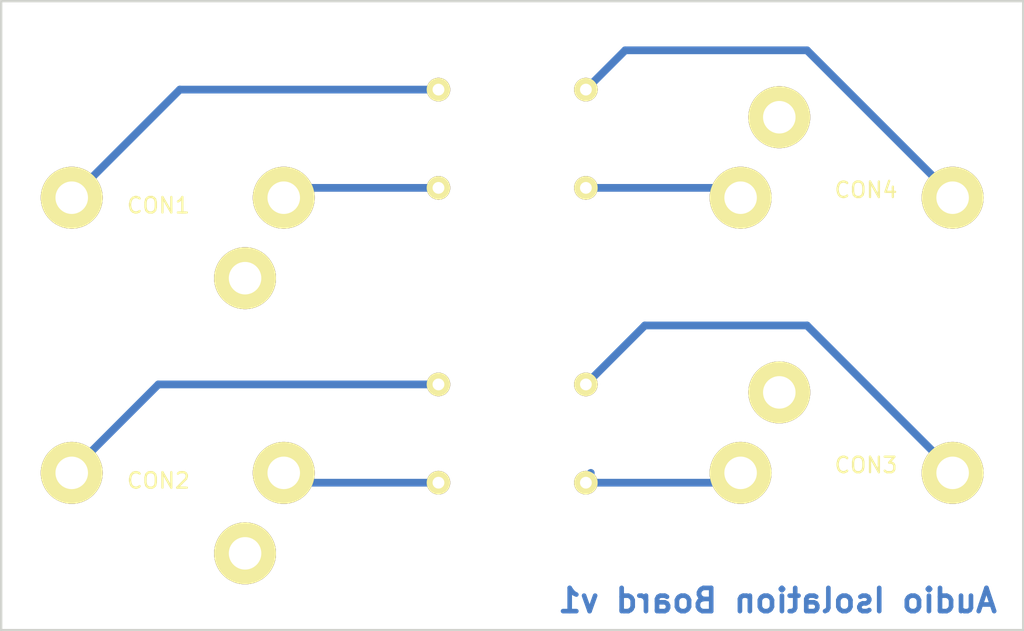
<source format=kicad_pcb>
(kicad_pcb (version 4) (host pcbnew 4.0.2-stable)

  (general
    (links 8)
    (no_connects 0)
    (area 88.824999 98.984999 155.015001 139.775001)
    (thickness 1.6)
    (drawings 5)
    (tracks 23)
    (zones 0)
    (modules 6)
    (nets 13)
  )

  (page USLetter)
  (title_block
    (title "Audio Isolation Board")
    (date 2016-09-21)
    (rev 0.1)
    (company "Matt Carberry")
  )

  (layers
    (0 F.Cu signal)
    (31 B.Cu signal)
    (32 B.Adhes user)
    (33 F.Adhes user)
    (34 B.Paste user)
    (35 F.Paste user)
    (36 B.SilkS user)
    (37 F.SilkS user)
    (38 B.Mask user)
    (39 F.Mask user)
    (40 Dwgs.User user)
    (41 Cmts.User user)
    (42 Eco1.User user)
    (43 Eco2.User user)
    (44 Edge.Cuts user)
    (45 Margin user)
    (46 B.CrtYd user)
    (47 F.CrtYd user)
    (48 B.Fab user)
    (49 F.Fab user)
  )

  (setup
    (last_trace_width 0.5)
    (trace_clearance 0.25)
    (zone_clearance 0.508)
    (zone_45_only no)
    (trace_min 0.2)
    (segment_width 0.2)
    (edge_width 0.15)
    (via_size 0.6)
    (via_drill 0.4)
    (via_min_size 0.4)
    (via_min_drill 0.3)
    (uvia_size 0.3)
    (uvia_drill 0.1)
    (uvias_allowed no)
    (uvia_min_size 0.2)
    (uvia_min_drill 0.1)
    (pcb_text_width 0.3)
    (pcb_text_size 1.5 1.5)
    (mod_edge_width 0.15)
    (mod_text_size 1 1)
    (mod_text_width 0.15)
    (pad_size 1.524 1.524)
    (pad_drill 0.762)
    (pad_to_mask_clearance 0.2)
    (aux_axis_origin 0 0)
    (visible_elements FFFFFF7F)
    (pcbplotparams
      (layerselection 0x01000_80000001)
      (usegerberextensions false)
      (excludeedgelayer true)
      (linewidth 0.100000)
      (plotframeref false)
      (viasonmask false)
      (mode 1)
      (useauxorigin false)
      (hpglpennumber 1)
      (hpglpenspeed 20)
      (hpglpendiameter 15)
      (hpglpenoverlay 2)
      (psnegative false)
      (psa4output false)
      (plotreference true)
      (plotvalue true)
      (plotinvisibletext false)
      (padsonsilk false)
      (subtractmaskfromsilk false)
      (outputformat 1)
      (mirror false)
      (drillshape 0)
      (scaleselection 1)
      (outputdirectory dril/))
  )

  (net 0 "")
  (net 1 "Net-(CON1-Pad1)")
  (net 2 "Net-(CON1-Pad2)")
  (net 3 "Net-(CON1-Pad3)")
  (net 4 "Net-(CON2-Pad1)")
  (net 5 "Net-(CON2-Pad2)")
  (net 6 "Net-(CON2-Pad3)")
  (net 7 "Net-(CON3-Pad1)")
  (net 8 "Net-(CON3-Pad2)")
  (net 9 "Net-(CON3-Pad3)")
  (net 10 "Net-(CON4-Pad1)")
  (net 11 "Net-(CON4-Pad2)")
  (net 12 "Net-(CON4-Pad3)")

  (net_class Default "This is the default net class."
    (clearance 0.25)
    (trace_width 0.5)
    (via_dia 0.6)
    (via_drill 0.4)
    (uvia_dia 0.3)
    (uvia_drill 0.1)
    (add_net "Net-(CON1-Pad1)")
    (add_net "Net-(CON1-Pad2)")
    (add_net "Net-(CON1-Pad3)")
    (add_net "Net-(CON2-Pad1)")
    (add_net "Net-(CON2-Pad2)")
    (add_net "Net-(CON2-Pad3)")
    (add_net "Net-(CON3-Pad1)")
    (add_net "Net-(CON3-Pad2)")
    (add_net "Net-(CON3-Pad3)")
    (add_net "Net-(CON4-Pad1)")
    (add_net "Net-(CON4-Pad2)")
    (add_net "Net-(CON4-Pad3)")
  )

  (module MJ-3536NG:MJ-3536NG (layer F.Cu) (tedit 57E2EF34) (tstamp 57E2F2D6)
    (at 99.06 111.76)
    (path /57E20918)
    (fp_text reference CON1 (at 0 0.5) (layer F.SilkS)
      (effects (font (size 1 1) (thickness 0.15)))
    )
    (fp_text value MJ-3536NG (at 0 -0.5) (layer F.Fab)
      (effects (font (size 1 1) (thickness 0.15)))
    )
    (pad 1 thru_hole circle (at -5.6 0) (size 4 4) (drill 2.1) (layers *.Cu *.Mask F.SilkS)
      (net 1 "Net-(CON1-Pad1)"))
    (pad 2 thru_hole circle (at 8.1 0) (size 4 4) (drill 2.1) (layers *.Cu *.Mask F.SilkS)
      (net 2 "Net-(CON1-Pad2)"))
    (pad 3 thru_hole circle (at 5.6 5.2) (size 4 4) (drill 2.1) (layers *.Cu *.Mask F.SilkS)
      (net 3 "Net-(CON1-Pad3)"))
  )

  (module MJ-3536NG:MJ-3536NG (layer F.Cu) (tedit 57E2EF34) (tstamp 57E2F2DD)
    (at 99.06 129.54)
    (path /57E20A4D)
    (fp_text reference CON2 (at 0 0.5) (layer F.SilkS)
      (effects (font (size 1 1) (thickness 0.15)))
    )
    (fp_text value MJ-3536NG (at 0 -0.5) (layer F.Fab)
      (effects (font (size 1 1) (thickness 0.15)))
    )
    (pad 1 thru_hole circle (at -5.6 0) (size 4 4) (drill 2.1) (layers *.Cu *.Mask F.SilkS)
      (net 4 "Net-(CON2-Pad1)"))
    (pad 2 thru_hole circle (at 8.1 0) (size 4 4) (drill 2.1) (layers *.Cu *.Mask F.SilkS)
      (net 5 "Net-(CON2-Pad2)"))
    (pad 3 thru_hole circle (at 5.6 5.2) (size 4 4) (drill 2.1) (layers *.Cu *.Mask F.SilkS)
      (net 6 "Net-(CON2-Pad3)"))
  )

  (module MJ-3536NG:MJ-3536NG (layer F.Cu) (tedit 57E2EF34) (tstamp 57E2F2E4)
    (at 144.78 129.54 180)
    (path /57E20B9F)
    (fp_text reference CON3 (at 0 0.5 180) (layer F.SilkS)
      (effects (font (size 1 1) (thickness 0.15)))
    )
    (fp_text value MJ-3536NG (at 0 -0.5 180) (layer F.Fab)
      (effects (font (size 1 1) (thickness 0.15)))
    )
    (pad 1 thru_hole circle (at -5.6 0 180) (size 4 4) (drill 2.1) (layers *.Cu *.Mask F.SilkS)
      (net 7 "Net-(CON3-Pad1)"))
    (pad 2 thru_hole circle (at 8.1 0 180) (size 4 4) (drill 2.1) (layers *.Cu *.Mask F.SilkS)
      (net 8 "Net-(CON3-Pad2)"))
    (pad 3 thru_hole circle (at 5.6 5.2 180) (size 4 4) (drill 2.1) (layers *.Cu *.Mask F.SilkS)
      (net 9 "Net-(CON3-Pad3)"))
  )

  (module MJ-3536NG:MJ-3536NG (layer F.Cu) (tedit 57E2EF34) (tstamp 57E2F2EB)
    (at 144.78 111.76 180)
    (path /57E20A76)
    (fp_text reference CON4 (at 0 0.5 180) (layer F.SilkS)
      (effects (font (size 1 1) (thickness 0.15)))
    )
    (fp_text value MJ-3536NG (at 0 -0.5 180) (layer F.Fab)
      (effects (font (size 1 1) (thickness 0.15)))
    )
    (pad 1 thru_hole circle (at -5.6 0 180) (size 4 4) (drill 2.1) (layers *.Cu *.Mask F.SilkS)
      (net 10 "Net-(CON4-Pad1)"))
    (pad 2 thru_hole circle (at 8.1 0 180) (size 4 4) (drill 2.1) (layers *.Cu *.Mask F.SilkS)
      (net 11 "Net-(CON4-Pad2)"))
    (pad 3 thru_hole circle (at 5.6 5.2 180) (size 4 4) (drill 2.1) (layers *.Cu *.Mask F.SilkS)
      (net 12 "Net-(CON4-Pad3)"))
  )

  (module ebaytransf:ebaytransf (layer F.Cu) (tedit 57E1F8A2) (tstamp 57E2F2F3)
    (at 121.92 107.95)
    (path /57E1F97F)
    (fp_text reference TR1 (at 0 0.5) (layer F.SilkS) hide
      (effects (font (size 1 1) (thickness 0.15)))
    )
    (fp_text value EBAYTRANSF (at 0 -5.08) (layer F.Fab)
      (effects (font (size 1 1) (thickness 0.15)))
    )
    (pad 4 thru_hole circle (at 4.763 -3.175) (size 1.524 1.524) (drill 0.762) (layers *.Cu *.Mask F.SilkS)
      (net 10 "Net-(CON4-Pad1)"))
    (pad 3 thru_hole circle (at 4.763 3.175) (size 1.524 1.524) (drill 0.762) (layers *.Cu *.Mask F.SilkS)
      (net 11 "Net-(CON4-Pad2)"))
    (pad 1 thru_hole circle (at -4.763 -3.175) (size 1.524 1.524) (drill 0.762) (layers *.Cu *.Mask F.SilkS)
      (net 1 "Net-(CON1-Pad1)"))
    (pad 2 thru_hole circle (at -4.763 3.175) (size 1.524 1.524) (drill 0.762) (layers *.Cu *.Mask F.SilkS)
      (net 2 "Net-(CON1-Pad2)"))
  )

  (module ebaytransf:ebaytransf (layer F.Cu) (tedit 57E1F8A2) (tstamp 57E2F2FB)
    (at 121.92 127)
    (path /57E1FA2B)
    (fp_text reference TR2 (at 0 0.5) (layer F.SilkS) hide
      (effects (font (size 1 1) (thickness 0.15)))
    )
    (fp_text value EBAYTRANSF (at 0 -5.08) (layer F.Fab)
      (effects (font (size 1 1) (thickness 0.15)))
    )
    (pad 4 thru_hole circle (at 4.763 -3.175) (size 1.524 1.524) (drill 0.762) (layers *.Cu *.Mask F.SilkS)
      (net 7 "Net-(CON3-Pad1)"))
    (pad 3 thru_hole circle (at 4.763 3.175) (size 1.524 1.524) (drill 0.762) (layers *.Cu *.Mask F.SilkS)
      (net 8 "Net-(CON3-Pad2)"))
    (pad 1 thru_hole circle (at -4.763 -3.175) (size 1.524 1.524) (drill 0.762) (layers *.Cu *.Mask F.SilkS)
      (net 4 "Net-(CON2-Pad1)"))
    (pad 2 thru_hole circle (at -4.763 3.175) (size 1.524 1.524) (drill 0.762) (layers *.Cu *.Mask F.SilkS)
      (net 5 "Net-(CON2-Pad2)"))
  )

  (gr_text "Audio Isolation Board v1\n" (at 139.065 137.795) (layer B.Cu)
    (effects (font (size 1.5 1.5) (thickness 0.3)) (justify mirror))
  )
  (gr_line (start 88.9 99.06) (end 154.94 99.06) (angle 90) (layer Edge.Cuts) (width 0.15))
  (gr_line (start 88.9 139.7) (end 88.9 99.06) (angle 90) (layer Edge.Cuts) (width 0.15))
  (gr_line (start 154.94 139.7) (end 88.9 139.7) (angle 90) (layer Edge.Cuts) (width 0.15))
  (gr_line (start 154.94 99.06) (end 154.94 139.7) (angle 90) (layer Edge.Cuts) (width 0.15))

  (segment (start 117.157 104.775) (end 100.445 104.775) (width 0.5) (layer B.Cu) (net 1))
  (segment (start 100.445 104.775) (end 93.46 111.76) (width 0.5) (layer B.Cu) (net 1) (tstamp 57E2F650))
  (segment (start 117.157 111.125) (end 107.795 111.125) (width 0.5) (layer B.Cu) (net 2))
  (segment (start 107.795 111.125) (end 107.16 111.76) (width 0.5) (layer B.Cu) (net 2) (tstamp 57E2F65B))
  (segment (start 93.46 129.54) (end 93.46 129.425) (width 0.5) (layer B.Cu) (net 4))
  (segment (start 93.46 129.425) (end 99.06 123.825) (width 0.5) (layer B.Cu) (net 4) (tstamp 57E2F5F8))
  (segment (start 99.06 123.825) (end 117.157 123.825) (width 0.5) (layer B.Cu) (net 4) (tstamp 57E2F600))
  (segment (start 117.157 130.175) (end 107.795 130.175) (width 0.5) (layer B.Cu) (net 5))
  (segment (start 107.795 130.175) (end 107.16 129.54) (width 0.5) (layer B.Cu) (net 5) (tstamp 57E2F5D1))
  (segment (start 150.38 129.54) (end 150.38 129.425) (width 0.5) (layer B.Cu) (net 7))
  (segment (start 150.38 129.425) (end 140.97 120.015) (width 0.5) (layer B.Cu) (net 7) (tstamp 57E2F6AB))
  (segment (start 140.97 120.015) (end 130.493 120.015) (width 0.5) (layer B.Cu) (net 7) (tstamp 57E2F6AF))
  (segment (start 130.493 120.015) (end 126.683 123.825) (width 0.5) (layer B.Cu) (net 7) (tstamp 57E2F6C3))
  (segment (start 126.683 130.175) (end 136.045 130.175) (width 0.5) (layer B.Cu) (net 8))
  (segment (start 136.045 130.175) (end 136.68 129.54) (width 0.5) (layer B.Cu) (net 8) (tstamp 57E2F694))
  (segment (start 126.683 130.175) (end 126.683 129.857) (width 0.5) (layer B.Cu) (net 8))
  (segment (start 126.683 129.857) (end 127 129.54) (width 0.5) (layer B.Cu) (net 8) (tstamp 57E2F599))
  (segment (start 150.38 111.76) (end 150.38 111.645) (width 0.5) (layer B.Cu) (net 10))
  (segment (start 150.38 111.645) (end 140.97 102.235) (width 0.5) (layer B.Cu) (net 10) (tstamp 57E2F63C))
  (segment (start 140.97 102.235) (end 129.223 102.235) (width 0.5) (layer B.Cu) (net 10) (tstamp 57E2F646))
  (segment (start 129.223 102.235) (end 126.683 104.775) (width 0.5) (layer B.Cu) (net 10) (tstamp 57E2F64A))
  (segment (start 126.683 111.125) (end 136.045 111.125) (width 0.5) (layer B.Cu) (net 11))
  (segment (start 136.045 111.125) (end 136.68 111.76) (width 0.5) (layer B.Cu) (net 11) (tstamp 57E2F633))

)

</source>
